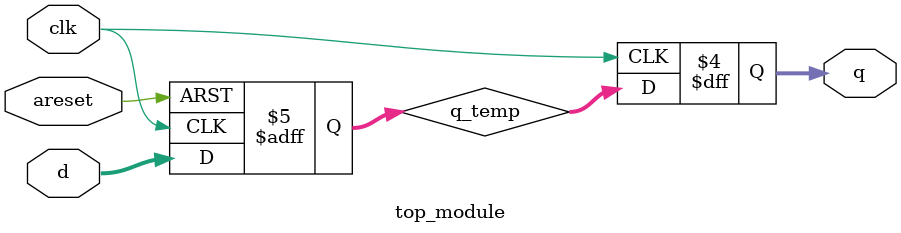
<source format=sv>
module top_module(
	input clk,
	input [7:0] d,
	input areset,
	output reg [7:0] q);

	reg [7:0] q_temp;
	always @(posedge clk or posedge areset) begin
		if (areset == 1'b1)
			q_temp <= 8'b0;
		else
			q_temp <= d;
	end

	always @(posedge clk) begin
		q <= q_temp;
	end

endmodule

</source>
